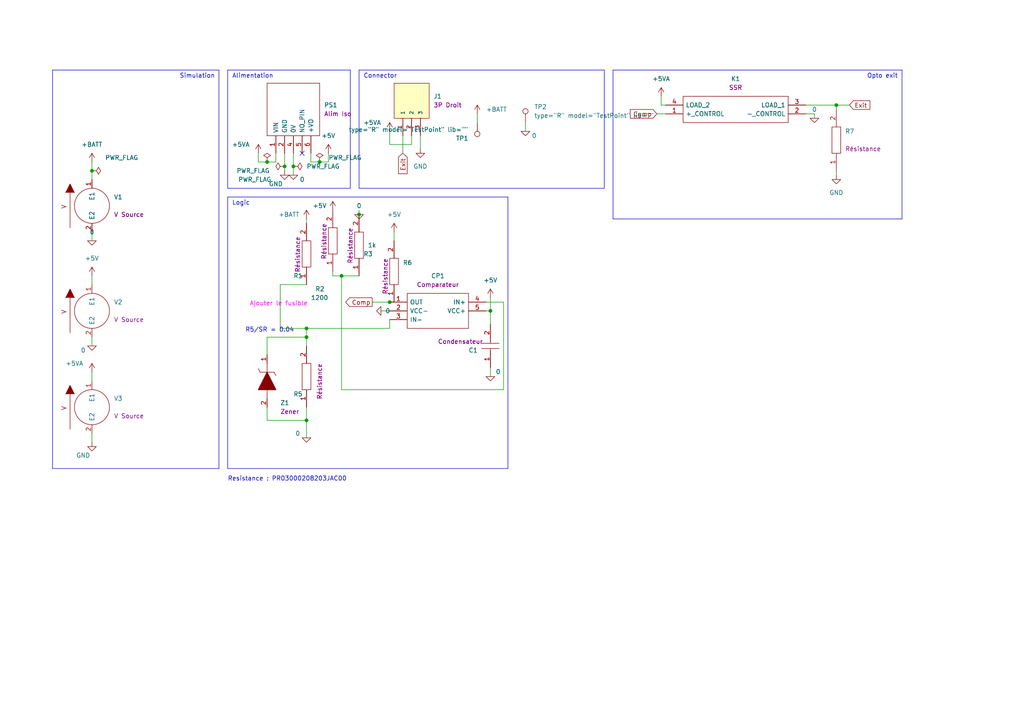
<source format=kicad_sch>
(kicad_sch (version 20230121) (generator eeschema)
  (paper "A4")
  (lib_symbols
    (symbol "EPSA:Résistance RK73H2BLTDD2152F" (pin_names (offset 0.762))
      (property "Reference" "R" (at 25.4 5.08 0))
      (property "Value" "10" (at 7.62 0 0))
      (property "Render Name" "Résistance" (at 8.89 2.54 0))
      (symbol "Résistance RK73H2BLTDD2152F_0_0"
        (pin passive line (at 0 0 0) (length 5.08) (name "~") (number "1"))
        (pin passive line (at 17.78 0 180) (length 5.08) (name "~") (number "2"))
      )
      (symbol "Résistance RK73H2BLTDD2152F_0_1"
        (polyline (pts (xy 5.08 1.27) (xy 12.7 1.27) (xy 12.7 -1.27) (xy 5.08 -1.27) (xy 5.08 1.27)) (stroke (width 0.1524)))
      )
    )
    (symbol "EPSA_lib:3P Droit 22-11-2032" (pin_names (offset 1.016))
      (property "Reference" "J" (at 6.35 7.62 0))
      (property "Render Name" "3P Droit" (at 0 6.35 0))
      (symbol "3P Droit 22-11-2032_0_0"
        (rectangle (start -5.08 -5.08) (end 5.08 5.08) (stroke (width 0.1524)) (fill (type background)))
        (pin passive line (at -10.16 2.54 0) (length 5.08) (name "1") (number "1"))
        (pin passive line (at -10.16 0 0) (length 5.08) (name "2") (number "2"))
        (pin passive line (at -10.16 -2.54 0) (length 5.08) (name "3") (number "3"))
      )
    )
    (symbol "EPSA_lib:Alim Iso PDM2-S5-S5-S" (pin_names (offset 0.762))
      (property "Reference" "PS" (at 21.59 6.35 0))
      (property "Render Name" "Alim Iso" (at 12.7 3.81 0))
      (symbol "Alim Iso PDM2-S5-S5-S_0_0"
        (pin passive line (at 0 0 0) (length 5.08) (name "VIN") (number "1"))
        (pin passive line (at 0 -2.54 0) (length 5.08) (name "GND") (number "2"))
        (pin passive line (at 0 -5.08 0) (length 5.08) (name "0V") (number "4"))
        (pin passive line (at 0 -7.62 0) (length 5.08) (name "NO_PIN") (number "5"))
        (pin passive line (at 0 -10.16 0) (length 5.08) (name "+VO") (number "6"))
      )
      (symbol "Alim Iso PDM2-S5-S5-S_0_1"
        (polyline (pts (xy 5.08 2.54) (xy 20.32 2.54) (xy 20.32 -12.7) (xy 5.08 -12.7) (xy 5.08 2.54)) (stroke (width 0.1524)))
      )
    )
    (symbol "EPSA_lib:Comparateur TS391ILT" (pin_names (offset 0.762))
      (property "Reference" "CP" (at 35.56 8.89 0))
      (property "Render Name" "Comparateur" (at 13.97 3.81 0))
      (symbol "Comparateur TS391ILT_0_0"
        (pin passive line (at 0 0 0) (length 5.08) (name "OUT") (number "1"))
        (pin passive line (at 0 -2.54 0) (length 5.08) (name "VCC-") (number "2"))
        (pin passive line (at 0 -5.08 0) (length 5.08) (name "IN-") (number "3"))
        (pin passive line (at 27.94 0 180) (length 5.08) (name "IN+") (number "4"))
        (pin passive line (at 27.94 -2.54 180) (length 5.08) (name "VCC+") (number "5"))
      )
      (symbol "Comparateur TS391ILT_0_1"
        (polyline (pts (xy 5.08 2.54) (xy 22.86 2.54) (xy 22.86 -7.62) (xy 5.08 -7.62) (xy 5.08 2.54)) (stroke (width 0.1524)))
      )
    )
    (symbol "EPSA_lib:Condensateur 0805Y1000104JXT" (pin_names (offset 0.762))
      (property "Reference" "C" (at 20.32 5.08 0))
      (property "Spice_Model" "10" (at 5.08 6.35 0))
      (property "Render Name" "Condensateur" (at 6.35 3.81 0))
      (symbol "Condensateur 0805Y1000104JXT_0_0"
        (pin passive line (at 0 0 0) (length 5.08) (name "~") (number "1"))
        (pin passive line (at 12.7 0 180) (length 5.08) (name "~") (number "2"))
      )
      (symbol "Condensateur 0805Y1000104JXT_0_1"
        (polyline (pts (xy 5.08 0) (xy 5.588 0)) (stroke (width 0.1524)))
        (polyline (pts (xy 5.588 2.54) (xy 5.588 -2.54)) (stroke (width 0.1524)))
        (polyline (pts (xy 7.112 0) (xy 7.62 0)) (stroke (width 0.1524)))
        (polyline (pts (xy 7.112 2.54) (xy 7.112 -2.54)) (stroke (width 0.1524)))
      )
    )
    (symbol "EPSA_lib:Résistance RK73H2BLTDD2152F" (pin_names (offset 0.762))
      (property "Reference" "R" (at 25.4 5.08 0))
      (property "Spice_Model" "10" (at 7.62 5.08 0))
      (property "Render Name" "Résistance" (at 8.89 2.54 0))
      (symbol "Résistance RK73H2BLTDD2152F_0_0"
        (pin passive line (at 0 0 0) (length 5.08) (name "~") (number "1"))
        (pin passive line (at 17.78 0 180) (length 5.08) (name "~") (number "2"))
      )
      (symbol "Résistance RK73H2BLTDD2152F_0_1"
        (polyline (pts (xy 5.08 1.27) (xy 12.7 1.27) (xy 12.7 -1.27) (xy 5.08 -1.27) (xy 5.08 1.27)) (stroke (width 0.1524)))
      )
    )
    (symbol "EPSA_lib:SSR CPC1394GR" (pin_names (offset 0.762))
      (property "Reference" "K" (at 48.26 7.62 0))
      (property "Render Name" "SSR" (at 19.05 3.81 0))
      (symbol "SSR CPC1394GR_0_0"
        (pin passive line (at 0 -2.54 0) (length 5.08) (name "+_CONTROL") (number "1"))
        (pin passive line (at 40.64 -2.54 180) (length 5.08) (name "-_CONTROL") (number "2"))
        (pin passive line (at 40.64 0 180) (length 5.08) (name "LOAD_1") (number "3"))
        (pin passive line (at 0 0 0) (length 5.08) (name "LOAD_2") (number "4"))
      )
      (symbol "SSR CPC1394GR_0_1"
        (polyline (pts (xy 5.08 2.54) (xy 35.56 2.54) (xy 35.56 -5.08) (xy 5.08 -5.08) (xy 5.08 2.54)) (stroke (width 0.1524)))
      )
    )
    (symbol "EPSA_lib:TestPoint" (pin_numbers hide) (pin_names (offset 0.762) hide)
      (property "Reference" "TP" (at 0 6.858 0))
      (property "Value" "TestPoint" (at 0 5.08 0))
      (symbol "TestPoint_0_1"
        (circle (center 0 3.302) (radius 0.762))
      )
      (symbol "TestPoint_1_1"
        (pin passive line (at 0 0 90) (length 2.54) (name "1") (number "1"))
      )
    )
    (symbol "EPSA_lib:VSOURCE" (pin_names (offset 1.016)) (in_bom no) (on_board no)
      (property "Reference" "V" (at 8.89 12.7 0))
      (property "Spice_Model" "dc 5" (at -1.27 12.7 0))
      (property "Render Name" "V Source" (at -1.27 10.16 0))
      (symbol "VSOURCE_0_1"
        (circle (center -1.27 0) (radius 5.08))
        (polyline (pts (xy -7.62 6.35) (xy 2.54 6.35)) (fill (type outline)))
        (polyline (pts (xy 2.54 7.62) (xy 5.08 6.35) (xy 2.54 5.08)) (fill (type outline)))
        (text "V" (at -1.524 8.128 0) (effects (font (size 1.27 1.27))))
      )
      (symbol "VSOURCE_1_1"
        (pin input line (at 6.35 0 180) (length 2.54) (name "E1") (number "1"))
        (pin input line (at -8.89 0 0) (length 2.54) (name "E2") (number "2"))
      )
    )
    (symbol "EPSA_lib:Zener TZM5224B-GS08" (pin_names (offset 0.762))
      (property "Reference" "Z" (at 5.08 6.35 0))
      (property "Titre" "Zener" (at 6.35 3.81 0))
      (symbol "Zener TZM5224B-GS08_0_0"
        (pin passive line (at 0 0 0) (length 2.54) (name "~") (number "1"))
        (pin passive line (at 15.24 0 180) (length 2.54) (name "~") (number "2"))
      )
      (symbol "Zener TZM5224B-GS08_0_1"
        (polyline (pts (xy 2.54 0) (xy 5.08 0)) (stroke (width 0.1524)))
        (polyline (pts (xy 4.064 -2.54) (xy 5.08 -2.032)) (stroke (width 0.1524)))
        (polyline (pts (xy 5.08 2.032) (xy 5.08 -2.032)) (stroke (width 0.1524)))
        (polyline (pts (xy 5.08 2.032) (xy 6.096 2.54)) (stroke (width 0.1524)))
        (polyline (pts (xy 12.7 0) (xy 10.16 0)) (stroke (width 0.1524)))
        (polyline (pts (xy 5.08 0) (xy 10.16 2.54) (xy 10.16 -2.54) (xy 5.08 0)) (stroke (width 0.254)) (fill (type outline)))
      )
    )
    (symbol "power:+5V" (power) (pin_names (offset 0))
      (property "Value" "+5V" (at 0 3.556 0))
      (symbol "+5V_0_1"
        (polyline (pts (xy -0.762 1.27) (xy 0 2.54)))
        (polyline (pts (xy 0 0) (xy 0 2.54)))
        (polyline (pts (xy 0 2.54) (xy 0.762 1.27)))
      )
      (symbol "+5V_1_1"
        (pin power_in line (at 0 0 90) (length 0) hide (name "+5V") (number "1"))
      )
    )
    (symbol "power:+5VA" (power) (pin_names (offset 0))
      (property "Value" "+5VA" (at 0 3.556 0))
      (symbol "+5VA_0_1"
        (polyline (pts (xy -0.762 1.27) (xy 0 2.54)))
        (polyline (pts (xy 0 0) (xy 0 2.54)))
        (polyline (pts (xy 0 2.54) (xy 0.762 1.27)))
      )
      (symbol "+5VA_1_1"
        (pin power_in line (at 0 0 90) (length 0) hide (name "+5VA") (number "1"))
      )
    )
    (symbol "power:+BATT" (power) (pin_names (offset 0))
      (property "Value" "+BATT" (at 0 3.556 0))
      (symbol "+BATT_0_1"
        (polyline (pts (xy -0.762 1.27) (xy 0 2.54)))
        (polyline (pts (xy 0 0) (xy 0 2.54)))
        (polyline (pts (xy 0 2.54) (xy 0.762 1.27)))
      )
      (symbol "+BATT_1_1"
        (pin power_in line (at 0 0 90) (length 0) hide (name "+BATT") (number "1"))
      )
    )
    (symbol "power:GND" (power) (pin_names (offset 0))
      (property "Value" "GND" (at 0 -3.81 0))
      (symbol "GND_0_1"
        (polyline (pts (xy 0 0) (xy 0 -1.27) (xy 1.27 -1.27) (xy 0 -2.54) (xy -1.27 -1.27) (xy 0 -1.27)))
      )
      (symbol "GND_1_1"
        (pin power_in line (at 0 0 270) (length 0) hide (name "GND") (number "1"))
      )
    )
    (symbol "power:PWR_FLAG" (power) (pin_numbers hide) (pin_names (offset 0) hide)
      (property "Value" "PWR_FLAG" (at 0 3.81 0))
      (symbol "PWR_FLAG_0_0"
        (pin power_out line (at 0 0 90) (length 0) (name "pwr") (number "1"))
      )
      (symbol "PWR_FLAG_0_1"
        (polyline (pts (xy 0 0) (xy 0 1.27) (xy -1.016 1.905) (xy 0 2.54) (xy 1.016 1.905) (xy 0 1.27)))
      )
    )
    (symbol "pspice:0" (power) (pin_names (offset 0))
      (property "Value" "0" (at 0 -1.778 0))
      (symbol "0_0_1"
        (polyline (pts (xy -1.27 0) (xy 0 -1.27) (xy 1.27 0) (xy -1.27 0)))
      )
      (symbol "0_1_1"
        (pin power_in line (at 0 0 0) (length 0) hide (name "0") (number "1"))
      )
    )
  )
  (junction (at 26.67 49.53))
  (junction (at 113.03 87.63))
  (junction (at 104.14 62.23))
  (junction (at 85.09 48.26))
  (junction (at 88.9 121.92))
  (junction (at 142.24 90.17))
  (junction (at 77.47 46.99))
  (junction (at 99.06 80.01))
  (junction (at 92.71 46.99))
  (junction (at 88.9 95.25))
  (junction (at 242.57 30.48))
  (junction (at 82.55 48.26))
  (junction (at 88.9 97.79))
  (no_connect (at 87.63 44.45))
  (polyline (pts (xy 66.04 54.61) (xy 101.6 54.61)))
  (wire (pts (xy 113.03 95.25) (xy 113.03 92.71)))
  (polyline (pts (xy 66.04 135.89) (xy 147.32 135.89)))
  (wire (pts (xy 152.4 35.56) (xy 152.4 38.1)))
  (wire (pts (xy 88.9 95.25) (xy 88.9 97.79)))
  (wire (pts (xy 88.9 118.11) (xy 88.9 121.92)))
  (wire (pts (xy 85.09 44.45) (xy 85.09 48.26)))
  (wire (pts (xy 142.24 86.36) (xy 142.24 90.17)))
  (wire (pts (xy 242.57 49.53) (xy 242.57 50.8)))
  (wire (pts (xy 146.05 113.03) (xy 146.05 87.63)))
  (wire (pts (xy 242.57 30.48) (xy 246.38 30.48)))
  (wire (pts (xy 95.25 44.45) (xy 95.25 46.99)))
  (wire (pts (xy 107.95 87.63) (xy 113.03 87.63)))
  (wire (pts (xy 26.67 125.73) (xy 26.67 128.27)))
  (polyline (pts (xy 104.14 20.32) (xy 104.14 54.61)))
  (wire (pts (xy 26.67 97.79) (xy 26.67 100.33)))
  (polyline (pts (xy 177.8 20.32) (xy 177.8 63.5)))
  (wire (pts (xy 26.67 46.99) (xy 26.67 49.53)))
  (polyline (pts (xy 66.04 57.15) (xy 66.04 135.89)))
  (wire (pts (xy 146.05 87.63) (xy 140.97 87.63)))
  (wire (pts (xy 99.06 113.03) (xy 146.05 113.03)))
  (wire (pts (xy 99.06 80.01) (xy 99.06 113.03)))
  (wire (pts (xy 88.9 63.5) (xy 88.9 64.77)))
  (wire (pts (xy 81.28 82.55) (xy 88.9 82.55)))
  (wire (pts (xy 190.5 33.02) (xy 193.04 33.02)))
  (wire (pts (xy 96.52 78.74) (xy 96.52 80.01)))
  (wire (pts (xy 88.9 95.25) (xy 113.03 95.25)))
  (wire (pts (xy 113.03 90.17) (xy 110.49 90.17)))
  (wire (pts (xy 142.24 106.68) (xy 142.24 109.22)))
  (wire (pts (xy 113.03 41.91) (xy 119.38 41.91)))
  (polyline (pts (xy 104.14 20.32) (xy 175.26 20.32)))
  (polyline (pts (xy 15.24 20.32) (xy 15.24 135.89)))
  (polyline (pts (xy 104.14 54.61) (xy 175.26 54.61)))
  (wire (pts (xy 92.71 46.99) (xy 95.25 46.99)))
  (wire (pts (xy 88.9 121.92) (xy 88.9 127)))
  (polyline (pts (xy 63.5 135.89) (xy 63.5 20.32)))
  (wire (pts (xy 82.55 48.26) (xy 82.55 49.53)))
  (wire (pts (xy 142.24 90.17) (xy 142.24 93.98)))
  (wire (pts (xy 114.3 67.31) (xy 114.3 69.85)))
  (polyline (pts (xy 175.26 54.61) (xy 175.26 20.32)))
  (wire (pts (xy 99.06 80.01) (xy 104.14 80.01)))
  (wire (pts (xy 85.09 48.26) (xy 85.09 50.8)))
  (polyline (pts (xy 177.8 20.32) (xy 261.62 20.32)))
  (polyline (pts (xy 101.6 54.61) (xy 101.6 20.32)))
  (wire (pts (xy 80.01 46.99) (xy 80.01 44.45)))
  (wire (pts (xy 233.68 33.02) (xy 236.22 33.02)))
  (wire (pts (xy 81.28 95.25) (xy 88.9 95.25)))
  (wire (pts (xy 74.93 46.99) (xy 77.47 46.99)))
  (polyline (pts (xy 147.32 135.89) (xy 147.32 57.15)))
  (wire (pts (xy 114.3 87.63) (xy 113.03 87.63)))
  (wire (pts (xy 113.03 38.1) (xy 113.03 41.91)))
  (wire (pts (xy 191.77 30.48) (xy 193.04 30.48)))
  (wire (pts (xy 104.14 60.96) (xy 104.14 62.23)))
  (wire (pts (xy 77.47 97.79) (xy 77.47 102.87)))
  (polyline (pts (xy 66.04 20.32) (xy 101.6 20.32)))
  (polyline (pts (xy 66.04 20.32) (xy 66.04 54.61)))
  (wire (pts (xy 81.28 82.55) (xy 81.28 95.25)))
  (wire (pts (xy 26.67 67.31) (xy 26.67 69.85)))
  (wire (pts (xy 90.17 46.99) (xy 92.71 46.99)))
  (wire (pts (xy 233.68 30.48) (xy 242.57 30.48)))
  (wire (pts (xy 140.97 90.17) (xy 142.24 90.17)))
  (wire (pts (xy 96.52 80.01) (xy 99.06 80.01)))
  (polyline (pts (xy 261.62 63.5) (xy 261.62 20.32)))
  (wire (pts (xy 74.93 44.45) (xy 74.93 46.99)))
  (wire (pts (xy 77.47 118.11) (xy 77.47 121.92)))
  (wire (pts (xy 138.43 33.02) (xy 138.43 35.56)))
  (wire (pts (xy 236.22 33.02) (xy 236.22 34.29)))
  (wire (pts (xy 88.9 100.33) (xy 88.9 97.79)))
  (polyline (pts (xy 66.04 57.15) (xy 147.32 57.15)))
  (wire (pts (xy 242.57 31.75) (xy 242.57 30.48)))
  (wire (pts (xy 121.92 39.37) (xy 121.92 43.18)))
  (wire (pts (xy 90.17 44.45) (xy 90.17 46.99)))
  (wire (pts (xy 77.47 97.79) (xy 88.9 97.79)))
  (wire (pts (xy 26.67 49.53) (xy 26.67 52.07)))
  (wire (pts (xy 116.84 39.37) (xy 116.84 44.45)))
  (wire (pts (xy 88.9 121.92) (xy 77.47 121.92)))
  (polyline (pts (xy 15.24 135.89) (xy 63.5 135.89)))
  (wire (pts (xy 82.55 44.45) (xy 82.55 48.26)))
  (wire (pts (xy 119.38 41.91) (xy 119.38 39.37)))
  (polyline (pts (xy 15.24 20.32) (xy 63.5 20.32)))
  (wire (pts (xy 191.77 27.94) (xy 191.77 30.48)))
  (wire (pts (xy 77.47 46.99) (xy 80.01 46.99)))
  (wire (pts (xy 26.67 80.01) (xy 26.67 82.55)))
  (polyline (pts (xy 177.8 63.5) (xy 261.62 63.5)))
  (wire (pts (xy 26.67 107.95) (xy 26.67 110.49)))
  (text "Connector" (at 105.41 22.86 0) (effects (font (size 1.27 1.27)) (justify left bottom)))
  (text "R5/SR = 0.04" (at 71.12 96.52 0) (effects (font (size 1.27 1.27)) (justify left bottom)))
  (text "Alimentation" (at 67.31 22.86 0) (effects (font (size 1.27 1.27)) (justify left bottom)))
  (text "Ajouter le fusible" (at 72.39 88.9 0) (effects (font (size 1.27 1.27)) (justify left bottom)))
  (text "Opto exit" (at 251.46 22.86 0) (effects (font (size 1.27 1.27)) (justify left bottom)))
  (text "Simulation" (at 52.07 22.86 0) (effects (font (size 1.27 1.27)) (justify left bottom)))
  (text "Resistance : PR03000208203JAC00" (at 66.04 139.7 0) (effects (font (size 1.27 1.27)) (justify left bottom)))
  (text "Logic " (at 67.31 59.69 0) (effects (font (size 1.27 1.27)) (justify left bottom)))
  (global_label "Exit" (shape input) (at 116.84 44.45 270) (property "Intersheetrefs" "${INTERSHEET_REFS}" (effects hide)))
  (global_label "Comp" (shape input) (at 190.5 33.02 180) (property "Intersheetrefs" "${INTERSHEET_REFS}" (effects hide)))
  (global_label "Exit" (shape input) (at 246.38 30.48 0) (property "Intersheetrefs" "${INTERSHEET_REFS}" (effects hide)))
  (global_label "Comp" (shape output) (at 107.95 87.63 180) (property "Intersheetrefs" "${INTERSHEET_REFS}" (effects hide)))
  (symbol (lib_id "EPSA_lib:VSOURCE") (at 26.67 116.84 90) (unit 1) (in_bom no) (on_board no)
    (property "Reference" "V3" (at 33.02 115.5699 90) (effects (justify right)))
    (property "Value" "5" (effects hide))
    (property "Render Name" "V Source" (at 33.02 120.6499 90) (effects (justify right)))
    (property "Sim.Device" "V" (effects hide))
    (property "Sim.Type" "DC" (effects hide))
    (property "Sim.Pins" "1=+ 2=-" (effects hide))
  )
  (symbol (lib_id "power:PWR_FLAG") (at 26.67 49.53 270) (unit 1)
    (property "Reference" "#FLG0105" (effects hide))
    (property "Value" "PWR_FLAG" (at 30.48 45.72 90) (effects (justify left)))
  )
  (symbol (lib_id "EPSA_lib:Condensateur 0805Y1000104JXT") (at 142.24 106.68 90) (unit 1)
    (property "Reference" "C1" (at 135.89 101.6 90) (effects (justify right)))
    (property "Value" "Condensateur 0805Y1000104JXT" (effects hide))
    (property "Footprint" "EPSA_lib:CAPC2012X130N" (effects hide))
    (property "Datasheet" "http://docs-europe.electrocomponents.com/webdocs/119d/0900766b8119d7bc.pdf" (effects hide))
    (property "Description" "Syfer 0805 Ceramic Chip Capacitors" (effects hide))
    (property "Height" "1.3" (effects hide))
    (property "Manufacturer_Name" "Syfer" (effects hide))
    (property "Manufacturer_Part_Number" "0805Y1000104JXT" (effects hide))
    (property "Arrow Part Number" "0805Y1000104JXT" (effects hide))
    (property "Arrow Price/Stock" "https://www.arrow.com/en/products/0805y1000104jxt/syfer-technology?region=europe" (effects hide))
    (property "Sim.Enable" "0" (effects hide))
    (property "Render Name" "Condensateur" (at 127 99.06 90) (effects (justify right)))
    (property "Sim.Device" "SPICE" (effects hide))
    (property "Sim.Params" "type=\"C\" model=\"10n\" lib=\"\"" (effects hide))
    (property "Sim.Pins" "1=1 2=2" (effects hide))
  )
  (symbol (lib_id "EPSA_lib:3P Droit 22-11-2032") (at 119.38 29.21 90) (unit 1)
    (property "Reference" "J1" (at 125.73 27.9399 90) (effects (justify right)))
    (property "Value" "3P Droit 22-11-2032" (effects hide))
    (property "Footprint" "EPSA_lib:MOLEX_22-11-2032" (effects hide))
    (property "STANDARD" "Manufacturer recommendations" (effects hide))
    (property "PARTREV" "BD8" (effects hide))
    (property "MAXIMUM_PACKAGE_HEIGHT" "10.66mm" (effects hide))
    (property "MANUFACTURER" "Molex" (effects hide))
    (property "Sim.Enable" "0" (effects hide))
    (property "Render Name" "3P Droit" (at 125.73 30.4799 90) (effects (justify right)))
    (property "Sim.Device" "SPICE" (effects hide))
    (property "Sim.Params" "type=\"J\" model=\"22-11-2032\" lib=\"\"" (effects hide))
    (property "Sim.Pins" "1=1 2=2 3=3" (effects hide))
  )
  (symbol (lib_id "pspice:0") (at 104.14 62.23 0) (unit 1)
    (property "Reference" "#GND05" (effects hide))
    (property "Value" "0" (at 104.14 59.69 0))
  )
  (symbol (lib_id "power:+5VA") (at 113.03 38.1 0) (unit 1)
    (property "Reference" "#PWR012" (effects hide))
    (property "Value" "+5VA" (at 107.95 35.56 0))
  )
  (symbol (lib_id "EPSA:Résistance RK73H2BLTDD2152F") (at 96.52 78.74 90) (unit 1)
    (property "Reference" "R2" (at 91.44 83.82 90) (effects (justify right)))
    (property "Value" "1200" (at 90.17 86.36 90) (effects (justify right)))
    (property "Footprint" "EPSA_lib:RESC3216X70N" (effects hide))
    (property "Datasheet" "http://www.koaspeer.com/catimages/Products/RK73H/RK73H.pdf" (effects hide))
    (property "Sim.Pins" "1=+ 2=-" (effects hide))
    (property "Sim.Device" "R" (effects hide))
    (property "Description" "Thick Film Resistors - SMD" (effects hide))
    (property "Height" "0.7" (effects hide))
    (property "Manufacturer_Name" "KOA Speer" (effects hide))
    (property "Manufacturer_Part_Number" "RK73H2BLTDD2152F" (effects hide))
    (property "Mouser Part Number" "N/A" (effects hide))
    (property "Mouser Price/Stock" "https://www.mouser.co.uk/ProductDetail/KOA-Speer/RK73H2BLTDD2152F?qs=WeIALVmW3zmyxMFsjVzMRw%3D%3D" (effects hide))
    (property "Render Name" "Résistance" (at 93.98 64.77 0) (effects (justify right)))
  )
  (symbol (lib_id "pspice:0") (at 142.24 109.22 0) (unit 1)
    (property "Reference" "#GND09" (effects hide))
    (property "Value" "0" (at 144.4942 107.8231 0))
  )
  (symbol (lib_id "power:+5V") (at 95.25 44.45 0) (unit 1)
    (property "Reference" "#PWR011" (effects hide))
    (property "Value" "+5V" (at 95.25 39.37 0))
  )
  (symbol (lib_id "EPSA_lib:Zener TZM5224B-GS08") (at 77.47 102.87 270) (unit 1)
    (property "Reference" "Z1" (at 81.28 116.8399 90) (effects (justify left)))
    (property "Value" "Zener TZM5224B-GS08" (effects hide))
    (property "Footprint" "Diode_SMD:D_MiniMELF" (effects hide))
    (property "Datasheet" "https://www.mouser.co.uk/datasheet/2/427/tzm5221-103146.pdf" (effects hide))
    (property "Description" "Vishay TZM5224B-GS08 Zener Diode, 2.8V 5% 500 mW SMT 2-Pin SOD-80" (effects hide))
    (property "Height" "1.6" (effects hide))
    (property "Manufacturer_Name" "Vishay" (effects hide))
    (property "Manufacturer_Part_Number" "TZM5224B-GS08" (effects hide))
    (property "Mouser Part Number" "78-TZM5224B" (effects hide))
    (property "Mouser Price/Stock" "https://www.mouser.co.uk/ProductDetail/Vishay-Semiconductors/TZM5224B-GS08?qs=25SNtymhSqPc9I2zbkn61Q%3D%3D" (effects hide))
    (property "Titre" "Zener" (at 81.28 119.3799 90) (effects (justify left)))
    (property "Sim.Device" "SPICE" (effects hide))
    (property "Sim.Params" "type=\"X\" model=\"DI_BZT52C2V4\" lib=\"${EPSA}\\SpiceModel\\Zener.lib\"" (effects hide))
    (property "Sim.Pins" "2=1 1=2" (effects hide))
  )
  (symbol (lib_id "EPSA_lib:VSOURCE") (at 26.67 58.42 90) (unit 1) (in_bom no) (on_board no)
    (property "Reference" "V1" (at 33.02 57.1499 90) (effects (justify right)))
    (property "Value" "VSOURCE" (effects hide))
    (property "Render Name" "V Source" (at 33.02 62.2299 90) (effects (justify right)))
    (property "Sim.Device" "SPICE" (effects hide))
    (property "Sim.Params" "type=\"V\" model=\"pwl(0 0 10 600)\" lib=\"\"" (effects hide))
    (property "Sim.Pins" "1=1 2=2" (effects hide))
  )
  (symbol (lib_id "pspice:0") (at 110.49 90.17 270) (unit 1)
    (property "Reference" "#GND04" (effects hide))
    (property "Value" "0" (at 111.76 90.1699 90) (effects (justify left)))
  )
  (symbol (lib_id "EPSA_lib:TestPoint") (at 138.43 35.56 180) (unit 1)
    (property "Reference" "TP1" (at 135.89 40.1321 0) (effects (justify left)))
    (property "Value" "${SIM.PARAMS}" (at 135.89 37.5921 0) (effects (justify left)))
    (property "Footprint" "Connector_Wire:SolderWire-2.5sqmm_1x01_D2.4mm_OD3.6mm" (effects hide))
    (property "Sim.Enable" "0" (effects hide))
    (property "Sim.Device" "SPICE" (effects hide))
    (property "Sim.Params" "type=\"R\" model=\"TestPoint\" lib=\"\"" (effects hide))
    (property "Sim.Pins" "1=1" (effects hide))
  )
  (symbol (lib_id "power:+5VA") (at 74.93 44.45 0) (unit 1)
    (property "Reference" "#PWR08" (effects hide))
    (property "Value" "+5VA" (at 69.85 41.91 0))
  )
  (symbol (lib_id "power:PWR_FLAG") (at 82.55 48.26 90) (unit 1)
    (property "Reference" "#FLG0102" (effects hide))
    (property "Value" "PWR_FLAG" (at 78.74 52.07 90) (effects (justify left)))
  )
  (symbol (lib_id "EPSA_lib:Résistance RK73H2BLTDD2152F") (at 114.3 87.63 90) (unit 1)
    (property "Reference" "R6" (at 116.84 76.1999 90) (effects (justify right)))
    (property "Value" "Résistance RK73H2BLTDD2152F" (effects hide))
    (property "Footprint" "EPSA_lib:RESC3216X70N" (effects hide))
    (property "Datasheet" "http://www.koaspeer.com/catimages/Products/RK73H/RK73H.pdf" (effects hide))
    (property "Description" "Thick Film Resistors - SMD" (effects hide))
    (property "Height" "0.7" (effects hide))
    (property "Manufacturer_Name" "KOA Speer" (effects hide))
    (property "Manufacturer_Part_Number" "RK73H2BLTDD2152F" (effects hide))
    (property "Mouser Part Number" "N/A" (effects hide))
    (property "Mouser Price/Stock" "https://www.mouser.co.uk/ProductDetail/KOA-Speer/RK73H2BLTDD2152F?qs=WeIALVmW3zmyxMFsjVzMRw%3D%3D" (effects hide))
    (property "Render Name" "Résistance" (at 111.76 74.93 0) (effects (justify right)))
    (property "Sim.Device" "SPICE" (effects hide))
    (property "Sim.Params" "type=\"R\" model=\"2k6\" lib=\"\"" (effects hide))
    (property "Sim.Pins" "1=1 2=2" (effects hide))
  )
  (symbol (lib_id "power:+5V") (at 26.67 80.01 0) (unit 1)
    (property "Reference" "#PWR02" (effects hide))
    (property "Value" "+5V" (at 26.67 74.93 0))
  )
  (symbol (lib_id "power:+BATT") (at 26.67 46.99 0) (unit 1)
    (property "Reference" "#PWR01" (effects hide))
    (property "Value" "+BATT" (at 26.67 41.91 0))
  )
  (symbol (lib_id "pspice:0") (at 152.4 38.1 0) (unit 1)
    (property "Reference" "#GND08" (effects hide))
    (property "Value" "0" (at 154.94 39.37 0))
  )
  (symbol (lib_id "pspice:0") (at 88.9 127 0) (unit 1)
    (property "Reference" "#GND03" (effects hide))
    (property "Value" "0" (at 86.36 125.73 0))
  )
  (symbol (lib_id "power:GND") (at 121.92 43.18 0) (unit 1)
    (property "Reference" "#PWR013" (effects hide))
    (property "Value" "GND" (at 121.92 48.26 0))
  )
  (symbol (lib_id "power:PWR_FLAG") (at 77.47 46.99 0) (unit 1)
    (property "Reference" "#FLG0104" (effects hide))
    (property "Value" "PWR_FLAG" (at 68.58 49.53 0) (effects (justify left)))
  )
  (symbol (lib_id "pspice:0") (at 26.67 69.85 0) (unit 1)
    (property "Reference" "#GND01" (effects hide))
    (property "Value" "0" (at 26.67 67.31 0))
  )
  (symbol (lib_id "power:+BATT") (at 138.43 33.02 0) (unit 1)
    (property "Reference" "#PWR016" (effects hide))
    (property "Value" "+BATT" (at 140.97 31.7499 0) (effects (justify left)))
  )
  (symbol (lib_id "EPSA_lib:Alim Iso PDM2-S5-S5-S") (at 80.01 44.45 90) (unit 1)
    (property "Reference" "PS1" (at 93.98 30.4799 90) (effects (justify right)))
    (property "Value" "Alim Iso PDM2-S5-S5-S" (effects hide))
    (property "Footprint" "EPSA_lib:PDM2S5S5S" (effects hide))
    (property "Datasheet" "https://datasheet.datasheetarchive.com/originals/distributors/Datasheets-SFU1/DSASFU10006714.pdf" (effects hide))
    (property "Description" "Isolated DC/DC Converters Isolated Board Mount DC-DC Cnvrt 5vdc 2W" (effects hide))
    (property "Height" "10.41" (effects hide))
    (property "Manufacturer_Name" "CUI Inc." (effects hide))
    (property "Manufacturer_Part_Number" "PDM2-S5-S5-S" (effects hide))
    (property "Mouser Part Number" "490-PDM2-S5-S5-S" (effects hide))
    (property "Mouser Price/Stock" "https://www.mouser.co.uk/ProductDetail/CUI-Inc/PDM2-S5-S5-S?qs=WyjlAZoYn51BO%2Fgga81j2w%3D%3D" (effects hide))
    (property "Sim.Enable" "0" (effects hide))
    (property "Render Name" "Alim Iso" (at 93.98 33.0199 90) (effects (justify right)))
    (property "Sim.Device" "SPICE" (effects hide))
    (property "Sim.Params" "type=\"R\" model=\"Alim Iso PDM2-S5-S5-S\" lib=\"\"" (effects hide))
    (property "Sim.Pins" "1=1 2=2 4=3 5=4 6=5" (effects hide))
  )
  (symbol (lib_id "power:GND") (at 26.67 128.27 0) (unit 1)
    (property "Reference" "#PWR04" (effects hide))
    (property "Value" "GND" (at 24.13 132.08 0))
  )
  (symbol (lib_id "power:+5V") (at 114.3 67.31 0) (unit 1)
    (property "Reference" "#PWR014" (effects hide))
    (property "Value" "+5V" (at 114.3 62.23 0))
  )
  (symbol (lib_id "EPSA_lib:VSOURCE") (at 26.67 88.9 90) (unit 1) (in_bom no) (on_board no)
    (property "Reference" "V2" (at 33.02 87.6299 90) (effects (justify right)))
    (property "Value" "5" (effects hide))
    (property "Render Name" "V Source" (at 33.02 92.7099 90) (effects (justify right)))
    (property "Sim.Device" "V" (effects hide))
    (property "Sim.Type" "DC" (effects hide))
    (property "Sim.Pins" "1=+ 2=-" (effects hide))
  )
  (symbol (lib_id "EPSA_lib:Résistance RK73H2BLTDD2152F") (at 88.9 82.55 90) (unit 1)
    (property "Reference" "R1" (at 85.09 80.01 90) (effects (justify right)))
    (property "Value" "Résistance RK73H2BLTDD2152F" (effects hide))
    (property "Footprint" "Resistor_THT:R_Axial_DIN0617_L17.0mm_D6.0mm_P20.32mm_Horizontal" (effects hide))
    (property "Datasheet" "http://www.koaspeer.com/catimages/Products/RK73H/RK73H.pdf" (effects hide))
    (property "Description" "Thick Film Resistors - SMD" (effects hide))
    (property "Height" "0.7" (effects hide))
    (property "Manufacturer_Name" "KOA Speer" (effects hide))
    (property "Manufacturer_Part_Number" "RK73H2BLTDD2152F" (effects hide))
    (property "Mouser Part Number" "N/A" (effects hide))
    (property "Mouser Price/Stock" "https://www.mouser.co.uk/ProductDetail/KOA-Speer/RK73H2BLTDD2152F?qs=WeIALVmW3zmyxMFsjVzMRw%3D%3D" (effects hide))
    (property "Render Name" "Résistance" (at 86.36 68.58 0) (effects (justify right)))
    (property "Sim.Device" "SPICE" (effects hide))
    (property "Sim.Params" "type=\"R\" model=\"820k\" lib=\"\"" (effects hide))
    (property "Sim.Pins" "1=1 2=2" (effects hide))
  )
  (symbol (lib_id "power:GND") (at 82.55 49.53 0) (unit 1)
    (property "Reference" "#PWR010" (effects hide))
    (property "Value" "GND" (at 80.01 53.34 0))
  )
  (symbol (lib_id "power:PWR_FLAG") (at 85.09 48.26 270) (unit 1)
    (property "Reference" "#FLG0103" (effects hide))
    (property "Value" "PWR_FLAG" (at 88.9 48.2599 90) (effects (justify left)))
  )
  (symbol (lib_id "pspice:0") (at 236.22 34.29 0) (unit 1)
    (property "Reference" "#GND07" (effects hide))
    (property "Value" "0" (at 236.22 31.75 0))
  )
  (symbol (lib_id "EPSA_lib:Résistance RK73H2BLTDD2152F") (at 88.9 118.11 90) (unit 1)
    (property "Reference" "R5" (at 85.09 114.3 90) (effects (justify right)))
    (property "Value" "Résistance RK73H2BLTDD2152F" (effects hide))
    (property "Footprint" "EPSA_lib:RESC3216X70N" (effects hide))
    (property "Datasheet" "http://www.koaspeer.com/catimages/Products/RK73H/RK73H.pdf" (effects hide))
    (property "Description" "Thick Film Resistors - SMD" (effects hide))
    (property "Height" "0.7" (effects hide))
    (property "Manufacturer_Name" "KOA Speer" (effects hide))
    (property "Manufacturer_Part_Number" "RK73H2BLTDD2152F" (effects hide))
    (property "Mouser Part Number" "N/A" (effects hide))
    (property "Mouser Price/Stock" "https://www.mouser.co.uk/ProductDetail/KOA-Speer/RK73H2BLTDD2152F?qs=WeIALVmW3zmyxMFsjVzMRw%3D%3D" (effects hide))
    (property "Render Name" "Résistance" (at 92.71 105.41 0) (effects (justify right)))
    (property "Sim.Device" "SPICE" (effects hide))
    (property "Sim.Params" "type=\"R\" model=\"32k\" lib=\"\"" (effects hide))
    (property "Sim.Pins" "1=1 2=2" (effects hide))
  )
  (symbol (lib_id "power:+BATT") (at 88.9 63.5 0) (unit 1)
    (property "Reference" "#PWR05" (effects hide))
    (property "Value" "+BATT" (at 83.82 62.23 0))
  )
  (symbol (lib_id "power:PWR_FLAG") (at 92.71 46.99 0) (unit 1)
    (property "Reference" "#FLG0101" (effects hide))
    (property "Value" "PWR_FLAG" (at 95.25 45.7199 0) (effects (justify left)))
  )
  (symbol (lib_id "EPSA_lib:SSR CPC1394GR") (at 193.04 30.48 0) (unit 1)
    (property "Reference" "K1" (at 213.36 22.86 0))
    (property "Value" "SSR CPC1394GR" (effects hide))
    (property "Footprint" "EPSA_lib:CPC1394GR" (effects hide))
    (property "Datasheet" "https://componentsearchengine.com/Datasheets/1/CPC1394GR.pdf" (effects hide))
    (property "Description" "SPST-NO Solid State Relay Solder 120 mA rms/mA dc Surface Mount, DC MOSFET" (effects hide))
    (property "Height" "3.556" (effects hide))
    (property "Manufacturer_Name" "LITTELFUSE" (effects hide))
    (property "Manufacturer_Part_Number" "CPC1394GR" (effects hide))
    (property "Mouser Part Number" "849-CPC1394GR" (effects hide))
    (property "Mouser Price/Stock" "https://www.mouser.co.uk/ProductDetail/IXYS-Integrated-Circuits/CPC1394GR?qs=8uBHJDVwVqyTG8bzDwZMmA%3D%3D" (effects hide))
    (property "Render Name" "SSR" (at 213.36 25.4 0))
    (property "Sim.Device" "SPICE" (effects hide))
    (property "Sim.Params" "type=\"X\" model=\"SWITCH\" lib=\"${EPSA}\\SpiceModel\\SSR.lib\"" (effects hide))
    (property "Sim.Pins" "1=1 2=2 3=3 4=4" (effects hide))
  )
  (symbol (lib_id "pspice:0") (at 85.09 50.8 0) (unit 1)
    (property "Reference" "#GND06" (effects hide))
    (property "Value" "0" (at 87.63 52.07 0))
  )
  (symbol (lib_id "power:+5VA") (at 191.77 27.94 0) (unit 1)
    (property "Reference" "#PWR09" (effects hide))
    (property "Value" "+5VA" (at 191.77 22.86 0))
  )
  (symbol (lib_id "EPSA:Résistance RK73H2BLTDD2152F") (at 104.14 80.01 90) (unit 1)
    (property "Reference" "R3" (at 105.41 73.66 90) (effects (justify right)))
    (property "Value" "1k" (at 106.68 71.12 90) (effects (justify right)))
    (property "Footprint" "EPSA_lib:RESC3216X70N" (effects hide))
    (property "Datasheet" "http://www.koaspeer.com/catimages/Products/RK73H/RK73H.pdf" (effects hide))
    (property "Sim.Pins" "1=+ 2=-" (effects hide))
    (property "Sim.Device" "R" (effects hide))
    (property "Description" "Thick Film Resistors - SMD" (effects hide))
    (property "Height" "0.7" (effects hide))
    (property "Manufacturer_Name" "KOA Speer" (effects hide))
    (property "Manufacturer_Part_Number" "RK73H2BLTDD2152F" (effects hide))
    (property "Mouser Part Number" "N/A" (effects hide))
    (property "Mouser Price/Stock" "https://www.mouser.co.uk/ProductDetail/KOA-Speer/RK73H2BLTDD2152F?qs=WeIALVmW3zmyxMFsjVzMRw%3D%3D" (effects hide))
    (property "Render Name" "Résistance" (at 101.6 66.04 0) (effects (justify right)))
  )
  (symbol (lib_id "pspice:0") (at 26.67 100.33 0) (unit 1)
    (property "Reference" "#GND02" (effects hide))
    (property "Value" "0" (at 24.13 101.6 0))
  )
  (symbol (lib_id "power:GND") (at 242.57 50.8 0) (unit 1)
    (property "Reference" "#PWR015" (effects hide))
    (property "Value" "GND" (at 242.57 55.88 0))
  )
  (symbol (lib_id "EPSA_lib:TestPoint") (at 152.4 35.56 0) (unit 1)
    (property "Reference" "TP2" (at 154.94 30.9879 0) (effects (justify left)))
    (property "Value" "${SIM.PARAMS}" (at 154.94 33.5279 0) (effects (justify left)))
    (property "Footprint" "Connector_Wire:SolderWire-2.5sqmm_1x01_D2.4mm_OD3.6mm" (effects hide))
    (property "Sim.Enable" "0" (effects hide))
    (property "Sim.Device" "SPICE" (effects hide))
    (property "Sim.Params" "type=\"R\" model=\"TestPoint\" lib=\"\"" (effects hide))
    (property "Sim.Pins" "1=1" (effects hide))
  )
  (symbol (lib_id "power:+5V") (at 96.52 60.96 0) (unit 1)
    (property "Reference" "#PWR07" (effects hide))
    (property "Value" "+5V" (at 92.71 59.69 0))
  )
  (symbol (lib_id "EPSA_lib:Comparateur TS391ILT") (at 113.03 87.63 0) (unit 1)
    (property "Reference" "CP1" (at 127 80.01 0))
    (property "Value" "Comparateur TS391ILT" (effects hide))
    (property "Footprint" "EPSA_lib:SOT95P280X145-5N" (effects hide))
    (property "Datasheet" "http://www.st.com/st-web-ui/static/active/en/resource/technical/document/datasheet/CD00001660.pdf" (effects hide))
    (property "Description" "TS391ILT, Comparator Open Collector 0.3us 12 V, 15 V, 18 V, 24 V, 28 V, 3 V, 5 V, 9 V 5-Pin SOT-23" (effects hide))
    (property "Height" "1.45" (effects hide))
    (property "Manufacturer_Name" "STMicroelectronics" (effects hide))
    (property "Manufacturer_Part_Number" "TS391ILT" (effects hide))
    (property "Mouser Part Number" "511-TS391IL" (effects hide))
    (property "Mouser Price/Stock" "https://www.mouser.co.uk/ProductDetail/STMicroelectronics/TS391ILT?qs=P8h1tZw8GcB9GWR61XM17g%3D%3D" (effects hide))
    (property "Arrow Part Number" "TS391ILT" (effects hide))
    (property "Arrow Price/Stock" "https://www.arrow.com/en/products/ts391ilt/stmicroelectronics?region=europe" (effects hide))
    (property "Render Name" "Comparateur" (at 127 82.55 0))
    (property "Sim.Device" "SPICE" (effects hide))
    (property "Sim.Params" "type=\"X\" model=\"TS391\" lib=\"${EPSA}\\SpiceModel\\C_ts391.lib\"" (effects hide))
    (property "Sim.Pins" "4=1 3=2 5=3 2=4 1=5" (effects hide))
  )
  (symbol (lib_id "power:+5VA") (at 26.67 107.95 0) (unit 1)
    (property "Reference" "#PWR03" (effects hide))
    (property "Value" "+5VA" (at 21.59 105.41 0))
  )
  (symbol (lib_id "power:+5V") (at 142.24 86.36 0) (unit 1)
    (property "Reference" "#PWR06" (effects hide))
    (property "Value" "+5V" (at 142.24 81.28 0))
  )
  (symbol (lib_id "EPSA_lib:Résistance RK73H2BLTDD2152F") (at 242.57 49.53 90) (unit 1)
    (property "Reference" "R7" (at 245.11 38.0999 90) (effects (justify right)))
    (property "Value" "Résistance RK73H2BLTDD2152F" (effects hide))
    (property "Footprint" "EPSA_lib:RESC3216X70N" (effects hide))
    (property "Datasheet" "http://www.koaspeer.com/catimages/Products/RK73H/RK73H.pdf" (effects hide))
    (property "Description" "Thick Film Resistors - SMD" (effects hide))
    (property "Height" "0.7" (effects hide))
    (property "Manufacturer_Name" "KOA Speer" (effects hide))
    (property "Manufacturer_Part_Number" "RK73H2BLTDD2152F" (effects hide))
    (property "Mouser Part Number" "N/A" (effects hide))
    (property "Mouser Price/Stock" "https://www.mouser.co.uk/ProductDetail/KOA-Speer/RK73H2BLTDD2152F?qs=WeIALVmW3zmyxMFsjVzMRw%3D%3D" (effects hide))
    (property "Render Name" "Résistance" (at 245.11 43.1799 90) (effects (justify right)))
    (property "Sim.Device" "SPICE" (effects hide))
    (property "Sim.Params" "type=\"R\" model=\"2k\" lib=\"\"" (effects hide))
    (property "Sim.Pins" "1=1 2=2" (effects hide))
  )
)
</source>
